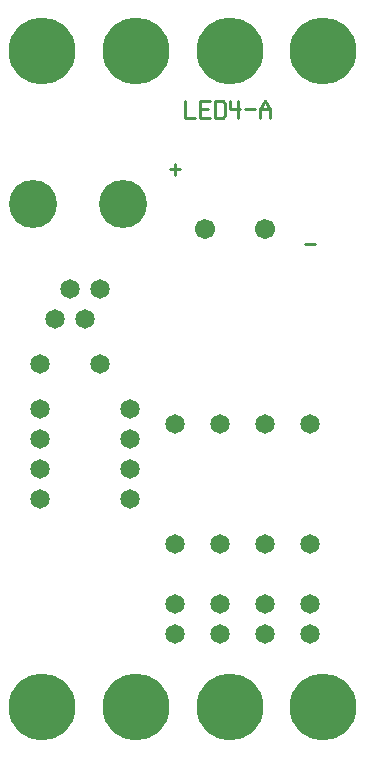
<source format=gtl>
%MOIN*%
%FSLAX25Y25*%
G04 D10 used for Character Trace; *
G04     Circle (OD=.01000) (No hole)*
G04 D11 used for Power Trace; *
G04     Circle (OD=.06700) (No hole)*
G04 D12 used for Signal Trace; *
G04     Circle (OD=.01100) (No hole)*
G04 D13 used for Via; *
G04     Circle (OD=.05800) (Round. Hole ID=.02800)*
G04 D14 used for Component hole; *
G04     Circle (OD=.06500) (Round. Hole ID=.03500)*
G04 D15 used for Component hole; *
G04     Circle (OD=.06700) (Round. Hole ID=.04300)*
G04 D16 used for Component hole; *
G04     Circle (OD=.08100) (Round. Hole ID=.05100)*
G04 D17 used for Component hole; *
G04     Circle (OD=.08900) (Round. Hole ID=.05900)*
G04 D18 used for Component hole; *
G04     Circle (OD=.11300) (Round. Hole ID=.08300)*
G04 D19 used for Component hole; *
G04     Circle (OD=.16000) (Round. Hole ID=.13000)*
G04 D20 used for Component hole; *
G04     Circle (OD=.18300) (Round. Hole ID=.15300)*
G04 D21 used for Component hole; *
G04     Circle (OD=.22291) (Round. Hole ID=.19291)*
%ADD10C,.01000*%
%ADD11C,.06700*%
%ADD12C,.01100*%
%ADD13C,.05800*%
%ADD14C,.06500*%
%ADD15C,.06700*%
%ADD16C,.08100*%
%ADD17C,.08900*%
%ADD18C,.11300*%
%ADD19C,.16000*%
%ADD20C,.18300*%
%ADD21C,.22291*%
%IPPOS*%
%LPD*%
G90*X0Y0D02*D21*X15625Y15625D03*X46875D03*D14*    
X60000Y40000D03*Y50000D03*Y70000D03*              
X75000Y40000D03*Y50000D03*Y70000D03*D21*          
X78125Y15625D03*D14*X45000Y85000D03*X15000D03*    
X90000Y40000D03*Y50000D03*Y70000D03*              
X45000Y95000D03*X15000D03*X45000Y105000D03*       
X15000D03*X105000Y40000D03*Y50000D03*Y70000D03*   
Y110000D03*X90000D03*X75000D03*X60000D03*D21*     
X109375Y15625D03*D14*X45000Y115000D03*X15000D03*  
X35000Y130000D03*X15000D03*X30000Y145000D03*      
X20000D03*X35000Y155000D03*X25000D03*D10*         
X103326Y170000D02*X106674D01*D15*X90000Y175000D03*
X70000D03*D19*X42500Y183500D03*X12500D03*D10*     
X58326Y195000D02*X61674D01*X60000Y196914D02*      
Y193086D01*X63326Y217871D02*Y212129D01*X66674D01* 
X71674D02*X68326D01*Y217871D01*X71674D01*         
X68326Y215000D02*X70837D01*X73326Y212129D02*      
Y217871D01*X75837D01*X76674Y216914D01*Y213086D01* 
X75837Y212129D01*X73326D01*X80837Y217871D02*      
Y212129D01*X78326Y217871D02*Y215000D01*X81674D01* 
X83326D02*X86674D01*X88326Y212129D02*Y215000D01*  
X90000Y217871D01*X91674Y215000D01*Y212129D01*     
X88326Y215000D02*X91674D01*D21*X109375Y234375D03* 
X78125D03*X46875D03*X15625D03*M02*                

</source>
